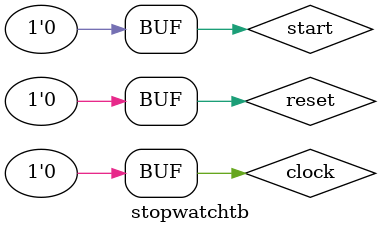
<source format=v>
`timescale 1ns / 1ps


module stopwatchtb;

	// Inputs
	reg clock;
	reg reset;
	reg start;

	// Outputs
	wire minutes;
	wire seconds;

	// Instantiate the Unit Under Test (UUT)
	stopwatch uut (
		.clock(clock), 
		.reset(reset), 
		.start(start), 
		.minutes(minutes), 
		.seconds(seconds)
	);

	initial begin
		// Initialize Inputs
		clock = 0;
		reset = 0;
		start = 0;

		// Wait 100 ns for global reset to finish
		#100;
        
		// Add stimulus here

	end
      
endmodule


</source>
